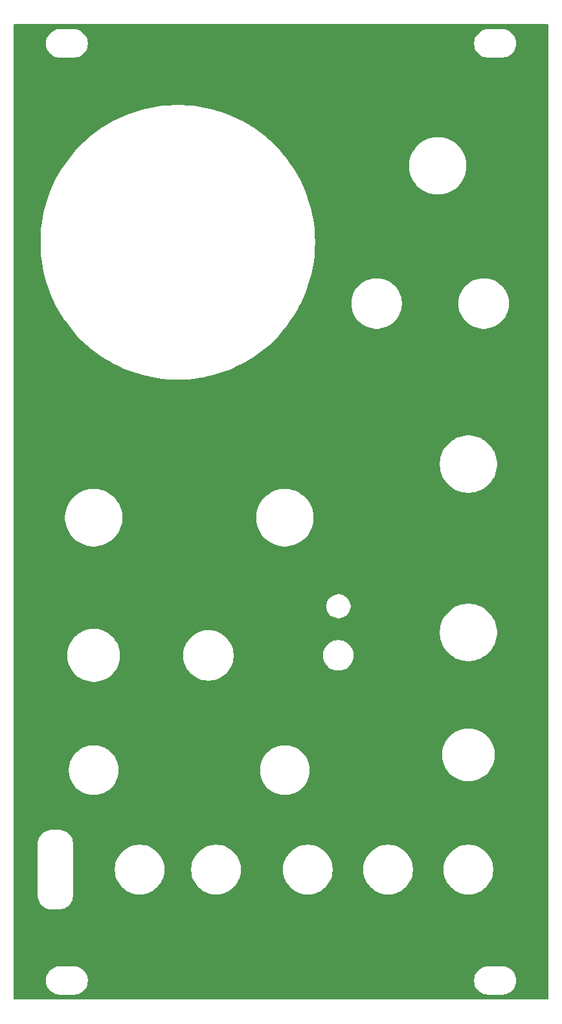
<source format=gbr>
%TF.GenerationSoftware,KiCad,Pcbnew,8.0.1*%
%TF.CreationDate,2024-04-24T15:30:04+01:00*%
%TF.ProjectId,Kishoof_Panel,4b697368-6f6f-4665-9f50-616e656c2e6b,rev?*%
%TF.SameCoordinates,Original*%
%TF.FileFunction,Copper,L1,Top*%
%TF.FilePolarity,Positive*%
%FSLAX46Y46*%
G04 Gerber Fmt 4.6, Leading zero omitted, Abs format (unit mm)*
G04 Created by KiCad (PCBNEW 8.0.1) date 2024-04-24 15:30:04*
%MOMM*%
%LPD*%
G01*
G04 APERTURE LIST*
G04 APERTURE END LIST*
%TA.AperFunction,NonConductor*%
G36*
X125441621Y-30520502D02*
G01*
X125488114Y-30574158D01*
X125499500Y-30626500D01*
X125499500Y-157873500D01*
X125479498Y-157941621D01*
X125425842Y-157988114D01*
X125373500Y-157999500D01*
X55626500Y-157999500D01*
X55558379Y-157979498D01*
X55511886Y-157925842D01*
X55500500Y-157873500D01*
X55500500Y-155621290D01*
X59749500Y-155621290D01*
X59781160Y-155861782D01*
X59843944Y-156096095D01*
X59843945Y-156096097D01*
X59843946Y-156096100D01*
X59936776Y-156320212D01*
X59936777Y-156320213D01*
X59936782Y-156320224D01*
X60058061Y-156530285D01*
X60058063Y-156530288D01*
X60058064Y-156530289D01*
X60205735Y-156722738D01*
X60205739Y-156722742D01*
X60205744Y-156722748D01*
X60377251Y-156894255D01*
X60377256Y-156894259D01*
X60377262Y-156894265D01*
X60569711Y-157041936D01*
X60569714Y-157041938D01*
X60779775Y-157163217D01*
X60779779Y-157163218D01*
X60779788Y-157163224D01*
X61003900Y-157256054D01*
X61238211Y-157318838D01*
X61238215Y-157318838D01*
X61238217Y-157318839D01*
X61300202Y-157326999D01*
X61478712Y-157350500D01*
X61478719Y-157350500D01*
X63521281Y-157350500D01*
X63521288Y-157350500D01*
X63738637Y-157321885D01*
X63761782Y-157318839D01*
X63761782Y-157318838D01*
X63761789Y-157318838D01*
X63996100Y-157256054D01*
X64220212Y-157163224D01*
X64430289Y-157041936D01*
X64622738Y-156894265D01*
X64794265Y-156722738D01*
X64941936Y-156530289D01*
X65063224Y-156320212D01*
X65156054Y-156096100D01*
X65218838Y-155861789D01*
X65250500Y-155621290D01*
X115749500Y-155621290D01*
X115781160Y-155861782D01*
X115843944Y-156096095D01*
X115843945Y-156096097D01*
X115843946Y-156096100D01*
X115936776Y-156320212D01*
X115936777Y-156320213D01*
X115936782Y-156320224D01*
X116058061Y-156530285D01*
X116058063Y-156530288D01*
X116058064Y-156530289D01*
X116205735Y-156722738D01*
X116205739Y-156722742D01*
X116205744Y-156722748D01*
X116377251Y-156894255D01*
X116377256Y-156894259D01*
X116377262Y-156894265D01*
X116569711Y-157041936D01*
X116569714Y-157041938D01*
X116779775Y-157163217D01*
X116779779Y-157163218D01*
X116779788Y-157163224D01*
X117003900Y-157256054D01*
X117238211Y-157318838D01*
X117238215Y-157318838D01*
X117238217Y-157318839D01*
X117300202Y-157326999D01*
X117478712Y-157350500D01*
X117478719Y-157350500D01*
X119521281Y-157350500D01*
X119521288Y-157350500D01*
X119738637Y-157321885D01*
X119761782Y-157318839D01*
X119761782Y-157318838D01*
X119761789Y-157318838D01*
X119996100Y-157256054D01*
X120220212Y-157163224D01*
X120430289Y-157041936D01*
X120622738Y-156894265D01*
X120794265Y-156722738D01*
X120941936Y-156530289D01*
X121063224Y-156320212D01*
X121156054Y-156096100D01*
X121218838Y-155861789D01*
X121250500Y-155621288D01*
X121250500Y-155378712D01*
X121218838Y-155138211D01*
X121156054Y-154903900D01*
X121063224Y-154679788D01*
X121063218Y-154679779D01*
X121063217Y-154679775D01*
X120941938Y-154469714D01*
X120941936Y-154469711D01*
X120794265Y-154277262D01*
X120794259Y-154277256D01*
X120794255Y-154277251D01*
X120622748Y-154105744D01*
X120622742Y-154105739D01*
X120622738Y-154105735D01*
X120430289Y-153958064D01*
X120430288Y-153958063D01*
X120430285Y-153958061D01*
X120220224Y-153836782D01*
X120220216Y-153836778D01*
X120220212Y-153836776D01*
X119996100Y-153743946D01*
X119996097Y-153743945D01*
X119996095Y-153743944D01*
X119761782Y-153681160D01*
X119521290Y-153649500D01*
X119521288Y-153649500D01*
X117478712Y-153649500D01*
X117478709Y-153649500D01*
X117238217Y-153681160D01*
X117003904Y-153743944D01*
X117003900Y-153743946D01*
X116779786Y-153836777D01*
X116779775Y-153836782D01*
X116569714Y-153958061D01*
X116377262Y-154105735D01*
X116377251Y-154105744D01*
X116205744Y-154277251D01*
X116205735Y-154277262D01*
X116058061Y-154469714D01*
X115936782Y-154679775D01*
X115936777Y-154679786D01*
X115843946Y-154903900D01*
X115843944Y-154903904D01*
X115781160Y-155138217D01*
X115749500Y-155378709D01*
X115749500Y-155621290D01*
X65250500Y-155621290D01*
X65250500Y-155621288D01*
X65250500Y-155378712D01*
X65218838Y-155138211D01*
X65156054Y-154903900D01*
X65063224Y-154679788D01*
X65063218Y-154679779D01*
X65063217Y-154679775D01*
X64941938Y-154469714D01*
X64941936Y-154469711D01*
X64794265Y-154277262D01*
X64794259Y-154277256D01*
X64794255Y-154277251D01*
X64622748Y-154105744D01*
X64622742Y-154105739D01*
X64622738Y-154105735D01*
X64430289Y-153958064D01*
X64430288Y-153958063D01*
X64430285Y-153958061D01*
X64220224Y-153836782D01*
X64220216Y-153836778D01*
X64220212Y-153836776D01*
X63996100Y-153743946D01*
X63996097Y-153743945D01*
X63996095Y-153743944D01*
X63761782Y-153681160D01*
X63521290Y-153649500D01*
X63521288Y-153649500D01*
X61478712Y-153649500D01*
X61478709Y-153649500D01*
X61238217Y-153681160D01*
X61003904Y-153743944D01*
X61003900Y-153743946D01*
X60779786Y-153836777D01*
X60779775Y-153836782D01*
X60569714Y-153958061D01*
X60377262Y-154105735D01*
X60377251Y-154105744D01*
X60205744Y-154277251D01*
X60205735Y-154277262D01*
X60058061Y-154469714D01*
X59936782Y-154679775D01*
X59936777Y-154679786D01*
X59843946Y-154903900D01*
X59843944Y-154903904D01*
X59781160Y-155138217D01*
X59749500Y-155378709D01*
X59749500Y-155621290D01*
X55500500Y-155621290D01*
X55500500Y-137658599D01*
X58698594Y-137658599D01*
X58698648Y-137659060D01*
X58699500Y-137673691D01*
X58699500Y-144518013D01*
X58730305Y-144752007D01*
X58730307Y-144752014D01*
X58791394Y-144979993D01*
X58881716Y-145198049D01*
X58881717Y-145198050D01*
X58881722Y-145198061D01*
X58999724Y-145402446D01*
X58999726Y-145402449D01*
X58999727Y-145402450D01*
X59143408Y-145589699D01*
X59143412Y-145589703D01*
X59143417Y-145589709D01*
X59310290Y-145756582D01*
X59310295Y-145756586D01*
X59310301Y-145756592D01*
X59497550Y-145900273D01*
X59497553Y-145900275D01*
X59701938Y-146018277D01*
X59701942Y-146018278D01*
X59701951Y-146018284D01*
X59920007Y-146108606D01*
X60147986Y-146169693D01*
X60147990Y-146169693D01*
X60147992Y-146169694D01*
X60208300Y-146177633D01*
X60381989Y-146200500D01*
X60434108Y-146200500D01*
X61426309Y-146200500D01*
X61440940Y-146201352D01*
X61441390Y-146201403D01*
X61441399Y-146201406D01*
X61501747Y-146200527D01*
X61502751Y-146200513D01*
X61504584Y-146200500D01*
X61565887Y-146200500D01*
X61565892Y-146200500D01*
X61565896Y-146200498D01*
X61565917Y-146200496D01*
X61580619Y-146199428D01*
X61636227Y-146198657D01*
X61891006Y-146158577D01*
X62137588Y-146082972D01*
X62371046Y-145973352D01*
X62586713Y-145831909D01*
X62780281Y-145661468D01*
X62947881Y-145465435D01*
X63086165Y-145247728D01*
X63192368Y-145012697D01*
X63201877Y-144979992D01*
X63264367Y-144765048D01*
X63264370Y-144765039D01*
X63300730Y-144509702D01*
X63300640Y-144380746D01*
X63300638Y-144314854D01*
X63300638Y-144307651D01*
X63300500Y-144305543D01*
X63300500Y-141159693D01*
X68749500Y-141159693D01*
X68780802Y-141477508D01*
X68780804Y-141477523D01*
X68843111Y-141790760D01*
X68935820Y-142096381D01*
X68935821Y-142096385D01*
X69058039Y-142391444D01*
X69208592Y-142673108D01*
X69386020Y-142938649D01*
X69386031Y-142938664D01*
X69588628Y-143185528D01*
X69588646Y-143185548D01*
X69814451Y-143411353D01*
X69814461Y-143411362D01*
X69814465Y-143411366D01*
X70061344Y-143613975D01*
X70326894Y-143791409D01*
X70608556Y-143941961D01*
X70903619Y-144064180D01*
X71209240Y-144156889D01*
X71522477Y-144219196D01*
X71840313Y-144250500D01*
X71840322Y-144250500D01*
X72159678Y-144250500D01*
X72159687Y-144250500D01*
X72477523Y-144219196D01*
X72790760Y-144156889D01*
X73096381Y-144064180D01*
X73391444Y-143941961D01*
X73673106Y-143791409D01*
X73938656Y-143613975D01*
X74185535Y-143411366D01*
X74411366Y-143185535D01*
X74613975Y-142938656D01*
X74791409Y-142673106D01*
X74941961Y-142391444D01*
X75064180Y-142096381D01*
X75156889Y-141790760D01*
X75219196Y-141477523D01*
X75250499Y-141159693D01*
X78749500Y-141159693D01*
X78780802Y-141477508D01*
X78780804Y-141477523D01*
X78843111Y-141790760D01*
X78935820Y-142096381D01*
X78935821Y-142096385D01*
X79058039Y-142391444D01*
X79208592Y-142673108D01*
X79386020Y-142938649D01*
X79386031Y-142938664D01*
X79588628Y-143185528D01*
X79588646Y-143185548D01*
X79814451Y-143411353D01*
X79814461Y-143411362D01*
X79814465Y-143411366D01*
X80061344Y-143613975D01*
X80326894Y-143791409D01*
X80608556Y-143941961D01*
X80903619Y-144064180D01*
X81209240Y-144156889D01*
X81522477Y-144219196D01*
X81840313Y-144250500D01*
X81840322Y-144250500D01*
X82159678Y-144250500D01*
X82159687Y-144250500D01*
X82477523Y-144219196D01*
X82790760Y-144156889D01*
X83096381Y-144064180D01*
X83391444Y-143941961D01*
X83673106Y-143791409D01*
X83938656Y-143613975D01*
X84185535Y-143411366D01*
X84411366Y-143185535D01*
X84613975Y-142938656D01*
X84791409Y-142673106D01*
X84941961Y-142391444D01*
X85064180Y-142096381D01*
X85156889Y-141790760D01*
X85219196Y-141477523D01*
X85250499Y-141159693D01*
X90749500Y-141159693D01*
X90780802Y-141477508D01*
X90780804Y-141477523D01*
X90843111Y-141790760D01*
X90935820Y-142096381D01*
X90935821Y-142096385D01*
X91058039Y-142391444D01*
X91208592Y-142673108D01*
X91386020Y-142938649D01*
X91386031Y-142938664D01*
X91588628Y-143185528D01*
X91588646Y-143185548D01*
X91814451Y-143411353D01*
X91814461Y-143411362D01*
X91814465Y-143411366D01*
X92061344Y-143613975D01*
X92326894Y-143791409D01*
X92608556Y-143941961D01*
X92903619Y-144064180D01*
X93209240Y-144156889D01*
X93522477Y-144219196D01*
X93840313Y-144250500D01*
X93840322Y-144250500D01*
X94159678Y-144250500D01*
X94159687Y-144250500D01*
X94477523Y-144219196D01*
X94790760Y-144156889D01*
X95096381Y-144064180D01*
X95391444Y-143941961D01*
X95673106Y-143791409D01*
X95938656Y-143613975D01*
X96185535Y-143411366D01*
X96411366Y-143185535D01*
X96613975Y-142938656D01*
X96791409Y-142673106D01*
X96941961Y-142391444D01*
X97064180Y-142096381D01*
X97156889Y-141790760D01*
X97219196Y-141477523D01*
X97250499Y-141159693D01*
X101249500Y-141159693D01*
X101280802Y-141477508D01*
X101280804Y-141477523D01*
X101343111Y-141790760D01*
X101435820Y-142096381D01*
X101435821Y-142096385D01*
X101558039Y-142391444D01*
X101708592Y-142673108D01*
X101886020Y-142938649D01*
X101886031Y-142938664D01*
X102088628Y-143185528D01*
X102088646Y-143185548D01*
X102314451Y-143411353D01*
X102314461Y-143411362D01*
X102314465Y-143411366D01*
X102561344Y-143613975D01*
X102826894Y-143791409D01*
X103108556Y-143941961D01*
X103403619Y-144064180D01*
X103709240Y-144156889D01*
X104022477Y-144219196D01*
X104340313Y-144250500D01*
X104340322Y-144250500D01*
X104659678Y-144250500D01*
X104659687Y-144250500D01*
X104977523Y-144219196D01*
X105290760Y-144156889D01*
X105596381Y-144064180D01*
X105891444Y-143941961D01*
X106173106Y-143791409D01*
X106438656Y-143613975D01*
X106685535Y-143411366D01*
X106911366Y-143185535D01*
X107113975Y-142938656D01*
X107291409Y-142673106D01*
X107441961Y-142391444D01*
X107564180Y-142096381D01*
X107656889Y-141790760D01*
X107719196Y-141477523D01*
X107750499Y-141159693D01*
X111749500Y-141159693D01*
X111780802Y-141477508D01*
X111780804Y-141477523D01*
X111843111Y-141790760D01*
X111935820Y-142096381D01*
X111935821Y-142096385D01*
X112058039Y-142391444D01*
X112208592Y-142673108D01*
X112386020Y-142938649D01*
X112386031Y-142938664D01*
X112588628Y-143185528D01*
X112588646Y-143185548D01*
X112814451Y-143411353D01*
X112814461Y-143411362D01*
X112814465Y-143411366D01*
X113061344Y-143613975D01*
X113326894Y-143791409D01*
X113608556Y-143941961D01*
X113903619Y-144064180D01*
X114209240Y-144156889D01*
X114522477Y-144219196D01*
X114840313Y-144250500D01*
X114840322Y-144250500D01*
X115159678Y-144250500D01*
X115159687Y-144250500D01*
X115477523Y-144219196D01*
X115790760Y-144156889D01*
X116096381Y-144064180D01*
X116391444Y-143941961D01*
X116673106Y-143791409D01*
X116938656Y-143613975D01*
X117185535Y-143411366D01*
X117411366Y-143185535D01*
X117613975Y-142938656D01*
X117791409Y-142673106D01*
X117941961Y-142391444D01*
X118064180Y-142096381D01*
X118156889Y-141790760D01*
X118219196Y-141477523D01*
X118250500Y-141159687D01*
X118250500Y-140840313D01*
X118219196Y-140522477D01*
X118156889Y-140209240D01*
X118064180Y-139903619D01*
X117941961Y-139608556D01*
X117791409Y-139326894D01*
X117613975Y-139061344D01*
X117411366Y-138814465D01*
X117411362Y-138814461D01*
X117411353Y-138814451D01*
X117185548Y-138588646D01*
X117185528Y-138588628D01*
X116938664Y-138386031D01*
X116938649Y-138386020D01*
X116673108Y-138208592D01*
X116391444Y-138058039D01*
X116096385Y-137935821D01*
X116096381Y-137935820D01*
X115790760Y-137843111D01*
X115581935Y-137801573D01*
X115477524Y-137780804D01*
X115477508Y-137780802D01*
X115159693Y-137749500D01*
X115159687Y-137749500D01*
X114840313Y-137749500D01*
X114840306Y-137749500D01*
X114522491Y-137780802D01*
X114522475Y-137780804D01*
X114313652Y-137822342D01*
X114209240Y-137843111D01*
X114056429Y-137889465D01*
X113903618Y-137935820D01*
X113903614Y-137935821D01*
X113608555Y-138058039D01*
X113326891Y-138208592D01*
X113061350Y-138386020D01*
X113061335Y-138386031D01*
X112814471Y-138588628D01*
X112814451Y-138588646D01*
X112588646Y-138814451D01*
X112588628Y-138814471D01*
X112386031Y-139061335D01*
X112386020Y-139061350D01*
X112208592Y-139326891D01*
X112058039Y-139608555D01*
X111935821Y-139903614D01*
X111935820Y-139903618D01*
X111843111Y-140209241D01*
X111780804Y-140522475D01*
X111780802Y-140522491D01*
X111749500Y-140840306D01*
X111749500Y-141159693D01*
X107750499Y-141159693D01*
X107750500Y-141159687D01*
X107750500Y-140840313D01*
X107719196Y-140522477D01*
X107656889Y-140209240D01*
X107564180Y-139903619D01*
X107441961Y-139608556D01*
X107291409Y-139326894D01*
X107113975Y-139061344D01*
X106911366Y-138814465D01*
X106911362Y-138814461D01*
X106911353Y-138814451D01*
X106685548Y-138588646D01*
X106685528Y-138588628D01*
X106438664Y-138386031D01*
X106438649Y-138386020D01*
X106173108Y-138208592D01*
X105891444Y-138058039D01*
X105596385Y-137935821D01*
X105596381Y-137935820D01*
X105290760Y-137843111D01*
X105081935Y-137801573D01*
X104977524Y-137780804D01*
X104977508Y-137780802D01*
X104659693Y-137749500D01*
X104659687Y-137749500D01*
X104340313Y-137749500D01*
X104340306Y-137749500D01*
X104022491Y-137780802D01*
X104022475Y-137780804D01*
X103813652Y-137822342D01*
X103709240Y-137843111D01*
X103556429Y-137889465D01*
X103403618Y-137935820D01*
X103403614Y-137935821D01*
X103108555Y-138058039D01*
X102826891Y-138208592D01*
X102561350Y-138386020D01*
X102561335Y-138386031D01*
X102314471Y-138588628D01*
X102314451Y-138588646D01*
X102088646Y-138814451D01*
X102088628Y-138814471D01*
X101886031Y-139061335D01*
X101886020Y-139061350D01*
X101708592Y-139326891D01*
X101558039Y-139608555D01*
X101435821Y-139903614D01*
X101435820Y-139903618D01*
X101343111Y-140209241D01*
X101280804Y-140522475D01*
X101280802Y-140522491D01*
X101249500Y-140840306D01*
X101249500Y-141159693D01*
X97250499Y-141159693D01*
X97250500Y-141159687D01*
X97250500Y-140840313D01*
X97219196Y-140522477D01*
X97156889Y-140209240D01*
X97064180Y-139903619D01*
X96941961Y-139608556D01*
X96791409Y-139326894D01*
X96613975Y-139061344D01*
X96411366Y-138814465D01*
X96411362Y-138814461D01*
X96411353Y-138814451D01*
X96185548Y-138588646D01*
X96185528Y-138588628D01*
X95938664Y-138386031D01*
X95938649Y-138386020D01*
X95673108Y-138208592D01*
X95391444Y-138058039D01*
X95096385Y-137935821D01*
X95096381Y-137935820D01*
X94790760Y-137843111D01*
X94581935Y-137801573D01*
X94477524Y-137780804D01*
X94477508Y-137780802D01*
X94159693Y-137749500D01*
X94159687Y-137749500D01*
X93840313Y-137749500D01*
X93840306Y-137749500D01*
X93522491Y-137780802D01*
X93522475Y-137780804D01*
X93313652Y-137822342D01*
X93209240Y-137843111D01*
X93056429Y-137889465D01*
X92903618Y-137935820D01*
X92903614Y-137935821D01*
X92608555Y-138058039D01*
X92326891Y-138208592D01*
X92061350Y-138386020D01*
X92061335Y-138386031D01*
X91814471Y-138588628D01*
X91814451Y-138588646D01*
X91588646Y-138814451D01*
X91588628Y-138814471D01*
X91386031Y-139061335D01*
X91386020Y-139061350D01*
X91208592Y-139326891D01*
X91058039Y-139608555D01*
X90935821Y-139903614D01*
X90935820Y-139903618D01*
X90843111Y-140209241D01*
X90780804Y-140522475D01*
X90780802Y-140522491D01*
X90749500Y-140840306D01*
X90749500Y-141159693D01*
X85250499Y-141159693D01*
X85250500Y-141159687D01*
X85250500Y-140840313D01*
X85219196Y-140522477D01*
X85156889Y-140209240D01*
X85064180Y-139903619D01*
X84941961Y-139608556D01*
X84791409Y-139326894D01*
X84613975Y-139061344D01*
X84411366Y-138814465D01*
X84411362Y-138814461D01*
X84411353Y-138814451D01*
X84185548Y-138588646D01*
X84185528Y-138588628D01*
X83938664Y-138386031D01*
X83938649Y-138386020D01*
X83673108Y-138208592D01*
X83391444Y-138058039D01*
X83096385Y-137935821D01*
X83096381Y-137935820D01*
X82790760Y-137843111D01*
X82581935Y-137801573D01*
X82477524Y-137780804D01*
X82477508Y-137780802D01*
X82159693Y-137749500D01*
X82159687Y-137749500D01*
X81840313Y-137749500D01*
X81840306Y-137749500D01*
X81522491Y-137780802D01*
X81522475Y-137780804D01*
X81313652Y-137822342D01*
X81209240Y-137843111D01*
X81056429Y-137889465D01*
X80903618Y-137935820D01*
X80903614Y-137935821D01*
X80608555Y-138058039D01*
X80326891Y-138208592D01*
X80061350Y-138386020D01*
X80061335Y-138386031D01*
X79814471Y-138588628D01*
X79814451Y-138588646D01*
X79588646Y-138814451D01*
X79588628Y-138814471D01*
X79386031Y-139061335D01*
X79386020Y-139061350D01*
X79208592Y-139326891D01*
X79058039Y-139608555D01*
X78935821Y-139903614D01*
X78935820Y-139903618D01*
X78843111Y-140209241D01*
X78780804Y-140522475D01*
X78780802Y-140522491D01*
X78749500Y-140840306D01*
X78749500Y-141159693D01*
X75250499Y-141159693D01*
X75250500Y-141159687D01*
X75250500Y-140840313D01*
X75219196Y-140522477D01*
X75156889Y-140209240D01*
X75064180Y-139903619D01*
X74941961Y-139608556D01*
X74791409Y-139326894D01*
X74613975Y-139061344D01*
X74411366Y-138814465D01*
X74411362Y-138814461D01*
X74411353Y-138814451D01*
X74185548Y-138588646D01*
X74185528Y-138588628D01*
X73938664Y-138386031D01*
X73938649Y-138386020D01*
X73673108Y-138208592D01*
X73391444Y-138058039D01*
X73096385Y-137935821D01*
X73096381Y-137935820D01*
X72790760Y-137843111D01*
X72581935Y-137801573D01*
X72477524Y-137780804D01*
X72477508Y-137780802D01*
X72159693Y-137749500D01*
X72159687Y-137749500D01*
X71840313Y-137749500D01*
X71840306Y-137749500D01*
X71522491Y-137780802D01*
X71522475Y-137780804D01*
X71313652Y-137822342D01*
X71209240Y-137843111D01*
X71056429Y-137889465D01*
X70903618Y-137935820D01*
X70903614Y-137935821D01*
X70608555Y-138058039D01*
X70326891Y-138208592D01*
X70061350Y-138386020D01*
X70061335Y-138386031D01*
X69814471Y-138588628D01*
X69814451Y-138588646D01*
X69588646Y-138814451D01*
X69588628Y-138814471D01*
X69386031Y-139061335D01*
X69386020Y-139061350D01*
X69208592Y-139326891D01*
X69058039Y-139608555D01*
X68935821Y-139903614D01*
X68935820Y-139903618D01*
X68843111Y-140209241D01*
X68780804Y-140522475D01*
X68780802Y-140522491D01*
X68749500Y-140840306D01*
X68749500Y-141159693D01*
X63300500Y-141159693D01*
X63300500Y-137694469D01*
X63300638Y-137692366D01*
X63300640Y-137617317D01*
X63300640Y-137617232D01*
X63300729Y-137490298D01*
X63264369Y-137234961D01*
X63207744Y-137040193D01*
X63192370Y-136987311D01*
X63192368Y-136987306D01*
X63192367Y-136987303D01*
X63086164Y-136752273D01*
X62947880Y-136534566D01*
X62780280Y-136338533D01*
X62701518Y-136269181D01*
X62586714Y-136168093D01*
X62586710Y-136168090D01*
X62371050Y-136026652D01*
X62371043Y-136026648D01*
X62137586Y-135917028D01*
X61891006Y-135841424D01*
X61636228Y-135801344D01*
X61636218Y-135801343D01*
X61580636Y-135800572D01*
X61565937Y-135799506D01*
X61565892Y-135799500D01*
X61565891Y-135799500D01*
X61504584Y-135799500D01*
X61502751Y-135799487D01*
X61441400Y-135798594D01*
X61441399Y-135798594D01*
X61441398Y-135798594D01*
X61440940Y-135798648D01*
X61426309Y-135799500D01*
X60573691Y-135799500D01*
X60559060Y-135798648D01*
X60558602Y-135798594D01*
X60558601Y-135798594D01*
X60558599Y-135798594D01*
X60497249Y-135799487D01*
X60495416Y-135799500D01*
X60434106Y-135799500D01*
X60433460Y-135799585D01*
X60418894Y-135800647D01*
X60365001Y-135801445D01*
X60364995Y-135801446D01*
X60112581Y-135840810D01*
X60112571Y-135840812D01*
X59868136Y-135915050D01*
X59868131Y-135915052D01*
X59636459Y-136022710D01*
X59422087Y-136161684D01*
X59229237Y-136329237D01*
X59061684Y-136522087D01*
X58922710Y-136736459D01*
X58815052Y-136968131D01*
X58815050Y-136968136D01*
X58740812Y-137212571D01*
X58740810Y-137212581D01*
X58701446Y-137464995D01*
X58701445Y-137465001D01*
X58700647Y-137518894D01*
X58699585Y-137533460D01*
X58699500Y-137534106D01*
X58699500Y-137595416D01*
X58699487Y-137597249D01*
X58698594Y-137658599D01*
X55500500Y-137658599D01*
X55500500Y-128159693D01*
X62749500Y-128159693D01*
X62780802Y-128477508D01*
X62780804Y-128477523D01*
X62843111Y-128790760D01*
X62895408Y-128963160D01*
X62935820Y-129096381D01*
X62935821Y-129096385D01*
X63058039Y-129391444D01*
X63208592Y-129673108D01*
X63386020Y-129938649D01*
X63386031Y-129938664D01*
X63588628Y-130185528D01*
X63588646Y-130185548D01*
X63814451Y-130411353D01*
X63814461Y-130411362D01*
X63814465Y-130411366D01*
X64061344Y-130613975D01*
X64326894Y-130791409D01*
X64608556Y-130941961D01*
X64903619Y-131064180D01*
X65209240Y-131156889D01*
X65522477Y-131219196D01*
X65840313Y-131250500D01*
X65840322Y-131250500D01*
X66159678Y-131250500D01*
X66159687Y-131250500D01*
X66477523Y-131219196D01*
X66790760Y-131156889D01*
X67096381Y-131064180D01*
X67391444Y-130941961D01*
X67673106Y-130791409D01*
X67938656Y-130613975D01*
X68185535Y-130411366D01*
X68411366Y-130185535D01*
X68613975Y-129938656D01*
X68791409Y-129673106D01*
X68941961Y-129391444D01*
X69064180Y-129096381D01*
X69156889Y-128790760D01*
X69219196Y-128477523D01*
X69250499Y-128159693D01*
X87749500Y-128159693D01*
X87780802Y-128477508D01*
X87780804Y-128477523D01*
X87843111Y-128790760D01*
X87895408Y-128963160D01*
X87935820Y-129096381D01*
X87935821Y-129096385D01*
X88058039Y-129391444D01*
X88208592Y-129673108D01*
X88386020Y-129938649D01*
X88386031Y-129938664D01*
X88588628Y-130185528D01*
X88588646Y-130185548D01*
X88814451Y-130411353D01*
X88814461Y-130411362D01*
X88814465Y-130411366D01*
X89061344Y-130613975D01*
X89326894Y-130791409D01*
X89608556Y-130941961D01*
X89903619Y-131064180D01*
X90209240Y-131156889D01*
X90522477Y-131219196D01*
X90840313Y-131250500D01*
X90840322Y-131250500D01*
X91159678Y-131250500D01*
X91159687Y-131250500D01*
X91477523Y-131219196D01*
X91790760Y-131156889D01*
X92096381Y-131064180D01*
X92391444Y-130941961D01*
X92673106Y-130791409D01*
X92938656Y-130613975D01*
X93185535Y-130411366D01*
X93411366Y-130185535D01*
X93613975Y-129938656D01*
X93791409Y-129673106D01*
X93941961Y-129391444D01*
X94064180Y-129096381D01*
X94156889Y-128790760D01*
X94219196Y-128477523D01*
X94250500Y-128159687D01*
X94250500Y-127840313D01*
X94219196Y-127522477D01*
X94156889Y-127209240D01*
X94064180Y-126903619D01*
X93941961Y-126608556D01*
X93791409Y-126326894D01*
X93686254Y-126169518D01*
X111549500Y-126169518D01*
X111582728Y-126506889D01*
X111582730Y-126506905D01*
X111648871Y-126839414D01*
X111747282Y-127163835D01*
X111747285Y-127163844D01*
X111877023Y-127477058D01*
X112036839Y-127776053D01*
X112225185Y-128057932D01*
X112225196Y-128057947D01*
X112440259Y-128320003D01*
X112440277Y-128320022D01*
X112679977Y-128559722D01*
X112679996Y-128559740D01*
X112942052Y-128774803D01*
X112942061Y-128774810D01*
X113223949Y-128963162D01*
X113522942Y-129122977D01*
X113836160Y-129252716D01*
X114160586Y-129351129D01*
X114493096Y-129417270D01*
X114830488Y-129450500D01*
X114830497Y-129450500D01*
X115169503Y-129450500D01*
X115169512Y-129450500D01*
X115506904Y-129417270D01*
X115839414Y-129351129D01*
X116163840Y-129252716D01*
X116477058Y-129122977D01*
X116776051Y-128963162D01*
X117057939Y-128774810D01*
X117320009Y-128559735D01*
X117559735Y-128320009D01*
X117774810Y-128057939D01*
X117963162Y-127776051D01*
X118122977Y-127477058D01*
X118252716Y-127163840D01*
X118351129Y-126839414D01*
X118417270Y-126506904D01*
X118450500Y-126169512D01*
X118450500Y-125830488D01*
X118417270Y-125493096D01*
X118351129Y-125160586D01*
X118252716Y-124836160D01*
X118122977Y-124522942D01*
X117963162Y-124223949D01*
X117774810Y-123942061D01*
X117774803Y-123942052D01*
X117559740Y-123679996D01*
X117559722Y-123679977D01*
X117320022Y-123440277D01*
X117320003Y-123440259D01*
X117057947Y-123225196D01*
X117057932Y-123225185D01*
X116776053Y-123036839D01*
X116477058Y-122877023D01*
X116163844Y-122747285D01*
X116163835Y-122747282D01*
X115839414Y-122648871D01*
X115839415Y-122648871D01*
X115506905Y-122582730D01*
X115506889Y-122582728D01*
X115169518Y-122549500D01*
X115169512Y-122549500D01*
X114830488Y-122549500D01*
X114830481Y-122549500D01*
X114493110Y-122582728D01*
X114493094Y-122582730D01*
X114160585Y-122648871D01*
X113836164Y-122747282D01*
X113836155Y-122747285D01*
X113522941Y-122877023D01*
X113223946Y-123036839D01*
X112942067Y-123225185D01*
X112942052Y-123225196D01*
X112679996Y-123440259D01*
X112679977Y-123440277D01*
X112440277Y-123679977D01*
X112440259Y-123679996D01*
X112225196Y-123942052D01*
X112225185Y-123942067D01*
X112036839Y-124223946D01*
X111877023Y-124522941D01*
X111747285Y-124836155D01*
X111747282Y-124836164D01*
X111648871Y-125160585D01*
X111582730Y-125493094D01*
X111582728Y-125493110D01*
X111549500Y-125830481D01*
X111549500Y-126169518D01*
X93686254Y-126169518D01*
X93613975Y-126061344D01*
X93411366Y-125814465D01*
X93411362Y-125814461D01*
X93411353Y-125814451D01*
X93185548Y-125588646D01*
X93185528Y-125588628D01*
X92938664Y-125386031D01*
X92938649Y-125386020D01*
X92673108Y-125208592D01*
X92391444Y-125058039D01*
X92096385Y-124935821D01*
X92096381Y-124935820D01*
X91790760Y-124843111D01*
X91581935Y-124801573D01*
X91477524Y-124780804D01*
X91477508Y-124780802D01*
X91159693Y-124749500D01*
X91159687Y-124749500D01*
X90840313Y-124749500D01*
X90840306Y-124749500D01*
X90522491Y-124780802D01*
X90522475Y-124780804D01*
X90313652Y-124822342D01*
X90209240Y-124843111D01*
X90056429Y-124889465D01*
X89903618Y-124935820D01*
X89903614Y-124935821D01*
X89608555Y-125058039D01*
X89326891Y-125208592D01*
X89061350Y-125386020D01*
X89061335Y-125386031D01*
X88814471Y-125588628D01*
X88814451Y-125588646D01*
X88588646Y-125814451D01*
X88588628Y-125814471D01*
X88386031Y-126061335D01*
X88386020Y-126061350D01*
X88208592Y-126326891D01*
X88058039Y-126608555D01*
X87935821Y-126903614D01*
X87935820Y-126903618D01*
X87935820Y-126903619D01*
X87856885Y-127163835D01*
X87843111Y-127209241D01*
X87780804Y-127522475D01*
X87780802Y-127522491D01*
X87749500Y-127840306D01*
X87749500Y-128159693D01*
X69250499Y-128159693D01*
X69250500Y-128159687D01*
X69250500Y-127840313D01*
X69219196Y-127522477D01*
X69156889Y-127209240D01*
X69064180Y-126903619D01*
X68941961Y-126608556D01*
X68791409Y-126326894D01*
X68613975Y-126061344D01*
X68411366Y-125814465D01*
X68411362Y-125814461D01*
X68411353Y-125814451D01*
X68185548Y-125588646D01*
X68185528Y-125588628D01*
X67938664Y-125386031D01*
X67938649Y-125386020D01*
X67673108Y-125208592D01*
X67391444Y-125058039D01*
X67096385Y-124935821D01*
X67096381Y-124935820D01*
X66790760Y-124843111D01*
X66581935Y-124801573D01*
X66477524Y-124780804D01*
X66477508Y-124780802D01*
X66159693Y-124749500D01*
X66159687Y-124749500D01*
X65840313Y-124749500D01*
X65840306Y-124749500D01*
X65522491Y-124780802D01*
X65522475Y-124780804D01*
X65313652Y-124822342D01*
X65209240Y-124843111D01*
X65056429Y-124889465D01*
X64903618Y-124935820D01*
X64903614Y-124935821D01*
X64608555Y-125058039D01*
X64326891Y-125208592D01*
X64061350Y-125386020D01*
X64061335Y-125386031D01*
X63814471Y-125588628D01*
X63814451Y-125588646D01*
X63588646Y-125814451D01*
X63588628Y-125814471D01*
X63386031Y-126061335D01*
X63386020Y-126061350D01*
X63208592Y-126326891D01*
X63058039Y-126608555D01*
X62935821Y-126903614D01*
X62935820Y-126903618D01*
X62935820Y-126903619D01*
X62856885Y-127163835D01*
X62843111Y-127209241D01*
X62780804Y-127522475D01*
X62780802Y-127522491D01*
X62749500Y-127840306D01*
X62749500Y-128159693D01*
X55500500Y-128159693D01*
X55500500Y-113169518D01*
X62549500Y-113169518D01*
X62582728Y-113506889D01*
X62582730Y-113506905D01*
X62648871Y-113839414D01*
X62747282Y-114163835D01*
X62747285Y-114163844D01*
X62877023Y-114477058D01*
X63036839Y-114776053D01*
X63225185Y-115057932D01*
X63225196Y-115057947D01*
X63440259Y-115320003D01*
X63440277Y-115320022D01*
X63679977Y-115559722D01*
X63679996Y-115559740D01*
X63942052Y-115774803D01*
X63942061Y-115774810D01*
X64223949Y-115963162D01*
X64522942Y-116122977D01*
X64836160Y-116252716D01*
X65160586Y-116351129D01*
X65493096Y-116417270D01*
X65830488Y-116450500D01*
X65830497Y-116450500D01*
X66169503Y-116450500D01*
X66169512Y-116450500D01*
X66506904Y-116417270D01*
X66839414Y-116351129D01*
X67163840Y-116252716D01*
X67477058Y-116122977D01*
X67776051Y-115963162D01*
X68057939Y-115774810D01*
X68320009Y-115559735D01*
X68559735Y-115320009D01*
X68774810Y-115057939D01*
X68963162Y-114776051D01*
X69122977Y-114477058D01*
X69252716Y-114163840D01*
X69351129Y-113839414D01*
X69417270Y-113506904D01*
X69450500Y-113169512D01*
X69450500Y-113162149D01*
X77699500Y-113162149D01*
X77731284Y-113484852D01*
X77731287Y-113484873D01*
X77794548Y-113802912D01*
X77794550Y-113802919D01*
X77794551Y-113802923D01*
X77819964Y-113886698D01*
X77888684Y-114113241D01*
X77888687Y-114113250D01*
X78012785Y-114412847D01*
X78165654Y-114698844D01*
X78345812Y-114968469D01*
X78345823Y-114968484D01*
X78551536Y-115219147D01*
X78551554Y-115219166D01*
X78780833Y-115448445D01*
X78780852Y-115448463D01*
X79031515Y-115654176D01*
X79031524Y-115654183D01*
X79301158Y-115834347D01*
X79587153Y-115987215D01*
X79886754Y-116111314D01*
X80197077Y-116205449D01*
X80515132Y-116268714D01*
X80837857Y-116300500D01*
X80837866Y-116300500D01*
X81162134Y-116300500D01*
X81162143Y-116300500D01*
X81484868Y-116268714D01*
X81802923Y-116205449D01*
X82113246Y-116111314D01*
X82412847Y-115987215D01*
X82698842Y-115834347D01*
X82968476Y-115654183D01*
X83219153Y-115448458D01*
X83448458Y-115219153D01*
X83654183Y-114968476D01*
X83834347Y-114698842D01*
X83987215Y-114412847D01*
X84111314Y-114113246D01*
X84205449Y-113802923D01*
X84268714Y-113484868D01*
X84300500Y-113162143D01*
X84300500Y-113131121D01*
X95999500Y-113131121D01*
X96033728Y-113391108D01*
X96033729Y-113391114D01*
X96033730Y-113391116D01*
X96101602Y-113644419D01*
X96201957Y-113886697D01*
X96201958Y-113886698D01*
X96201963Y-113886709D01*
X96333073Y-114113799D01*
X96333077Y-114113805D01*
X96492710Y-114321842D01*
X96492729Y-114321863D01*
X96678136Y-114507270D01*
X96678157Y-114507289D01*
X96886194Y-114666922D01*
X96886200Y-114666926D01*
X97113290Y-114798036D01*
X97113294Y-114798037D01*
X97113303Y-114798043D01*
X97355581Y-114898398D01*
X97608884Y-114966270D01*
X97608890Y-114966270D01*
X97608891Y-114966271D01*
X97633900Y-114969563D01*
X97868880Y-115000500D01*
X97868887Y-115000500D01*
X98131113Y-115000500D01*
X98131120Y-115000500D01*
X98391116Y-114966270D01*
X98644419Y-114898398D01*
X98886697Y-114798043D01*
X99113803Y-114666924D01*
X99321851Y-114507282D01*
X99507282Y-114321851D01*
X99666924Y-114113803D01*
X99798043Y-113886697D01*
X99898398Y-113644419D01*
X99966270Y-113391116D01*
X100000500Y-113131120D01*
X100000500Y-112868880D01*
X99966270Y-112608884D01*
X99898398Y-112355581D01*
X99798043Y-112113303D01*
X99798037Y-112113294D01*
X99798036Y-112113290D01*
X99666926Y-111886200D01*
X99666922Y-111886194D01*
X99507289Y-111678157D01*
X99507270Y-111678136D01*
X99321863Y-111492729D01*
X99321842Y-111492710D01*
X99113805Y-111333077D01*
X99113799Y-111333073D01*
X98886709Y-111201963D01*
X98886701Y-111201959D01*
X98886697Y-111201957D01*
X98644419Y-111101602D01*
X98391116Y-111033730D01*
X98391114Y-111033729D01*
X98391108Y-111033728D01*
X98131121Y-110999500D01*
X98131120Y-110999500D01*
X97868880Y-110999500D01*
X97868878Y-110999500D01*
X97608891Y-111033728D01*
X97355581Y-111101602D01*
X97113301Y-111201958D01*
X97113290Y-111201963D01*
X96886200Y-111333073D01*
X96886194Y-111333077D01*
X96678157Y-111492710D01*
X96678136Y-111492729D01*
X96492729Y-111678136D01*
X96492710Y-111678157D01*
X96333077Y-111886194D01*
X96333073Y-111886200D01*
X96201963Y-112113290D01*
X96201958Y-112113301D01*
X96201957Y-112113303D01*
X96150779Y-112236858D01*
X96101602Y-112355581D01*
X96033728Y-112608891D01*
X95999500Y-112868878D01*
X95999500Y-113131121D01*
X84300500Y-113131121D01*
X84300500Y-112837857D01*
X84268714Y-112515132D01*
X84205449Y-112197077D01*
X84111314Y-111886754D01*
X83987215Y-111587153D01*
X83834347Y-111301158D01*
X83654183Y-111031524D01*
X83580763Y-110942061D01*
X83448463Y-110780852D01*
X83448445Y-110780833D01*
X83219166Y-110551554D01*
X83219147Y-110551536D01*
X82968484Y-110345823D01*
X82968469Y-110345812D01*
X82726684Y-110184256D01*
X111249500Y-110184256D01*
X111285617Y-110550961D01*
X111285620Y-110550981D01*
X111357506Y-110912382D01*
X111464480Y-111265029D01*
X111464481Y-111265033D01*
X111605499Y-111605479D01*
X111779210Y-111930470D01*
X111983932Y-112236858D01*
X111983943Y-112236873D01*
X112217705Y-112521712D01*
X112217723Y-112521732D01*
X112478267Y-112782276D01*
X112478287Y-112782294D01*
X112546001Y-112837866D01*
X112763135Y-113016063D01*
X113069532Y-113220791D01*
X113394521Y-113394501D01*
X113734971Y-113535520D01*
X114087604Y-113642490D01*
X114087613Y-113642491D01*
X114087617Y-113642493D01*
X114210230Y-113666881D01*
X114449024Y-113714381D01*
X114815750Y-113750500D01*
X114815759Y-113750500D01*
X115184241Y-113750500D01*
X115184250Y-113750500D01*
X115550976Y-113714381D01*
X115848660Y-113655167D01*
X115912382Y-113642493D01*
X115912384Y-113642492D01*
X115912396Y-113642490D01*
X116265029Y-113535520D01*
X116605479Y-113394501D01*
X116930468Y-113220791D01*
X117236865Y-113016063D01*
X117521719Y-112782289D01*
X117782289Y-112521719D01*
X118016063Y-112236865D01*
X118220791Y-111930468D01*
X118394501Y-111605479D01*
X118535520Y-111265029D01*
X118642490Y-110912396D01*
X118714381Y-110550976D01*
X118750500Y-110184250D01*
X118750500Y-109815750D01*
X118714381Y-109449024D01*
X118642490Y-109087604D01*
X118535520Y-108734971D01*
X118394501Y-108394521D01*
X118220791Y-108069532D01*
X118016063Y-107763135D01*
X117986519Y-107727136D01*
X117782294Y-107478287D01*
X117782276Y-107478267D01*
X117521732Y-107217723D01*
X117521712Y-107217705D01*
X117236873Y-106983943D01*
X117236858Y-106983932D01*
X116930470Y-106779210D01*
X116605479Y-106605499D01*
X116265033Y-106464481D01*
X116265029Y-106464480D01*
X115912396Y-106357510D01*
X115912393Y-106357509D01*
X115912382Y-106357506D01*
X115550981Y-106285620D01*
X115550976Y-106285619D01*
X115550971Y-106285618D01*
X115550961Y-106285617D01*
X115184256Y-106249500D01*
X115184250Y-106249500D01*
X114815750Y-106249500D01*
X114815743Y-106249500D01*
X114449038Y-106285617D01*
X114449025Y-106285618D01*
X114449024Y-106285619D01*
X114449021Y-106285619D01*
X114449018Y-106285620D01*
X114087617Y-106357506D01*
X113734970Y-106464480D01*
X113734966Y-106464481D01*
X113394520Y-106605499D01*
X113069529Y-106779210D01*
X112763141Y-106983932D01*
X112763126Y-106983943D01*
X112478287Y-107217705D01*
X112478267Y-107217723D01*
X112217723Y-107478267D01*
X112217705Y-107478287D01*
X111983943Y-107763126D01*
X111983932Y-107763141D01*
X111779210Y-108069529D01*
X111605499Y-108394520D01*
X111464481Y-108734966D01*
X111464480Y-108734970D01*
X111357506Y-109087617D01*
X111285620Y-109449018D01*
X111285617Y-109449038D01*
X111249500Y-109815743D01*
X111249500Y-110184256D01*
X82726684Y-110184256D01*
X82698844Y-110165654D01*
X82412847Y-110012785D01*
X82113250Y-109888687D01*
X82113241Y-109888684D01*
X81930361Y-109833208D01*
X81802923Y-109794551D01*
X81802919Y-109794550D01*
X81802912Y-109794548D01*
X81484873Y-109731287D01*
X81484868Y-109731286D01*
X81484861Y-109731285D01*
X81484852Y-109731284D01*
X81162149Y-109699500D01*
X81162143Y-109699500D01*
X80837857Y-109699500D01*
X80837850Y-109699500D01*
X80515147Y-109731284D01*
X80515135Y-109731285D01*
X80515132Y-109731286D01*
X80515129Y-109731286D01*
X80515126Y-109731287D01*
X80197087Y-109794548D01*
X79886758Y-109888684D01*
X79886749Y-109888687D01*
X79587152Y-110012785D01*
X79301155Y-110165654D01*
X79031530Y-110345812D01*
X79031515Y-110345823D01*
X78780852Y-110551536D01*
X78780833Y-110551554D01*
X78551554Y-110780833D01*
X78551536Y-110780852D01*
X78345823Y-111031515D01*
X78345812Y-111031530D01*
X78165654Y-111301155D01*
X78012785Y-111587152D01*
X77888687Y-111886749D01*
X77888684Y-111886758D01*
X77794548Y-112197087D01*
X77731287Y-112515126D01*
X77731284Y-112515147D01*
X77699500Y-112837850D01*
X77699500Y-113162149D01*
X69450500Y-113162149D01*
X69450500Y-112830488D01*
X69417270Y-112493096D01*
X69351129Y-112160586D01*
X69252716Y-111836160D01*
X69122977Y-111522942D01*
X68963162Y-111223949D01*
X68774810Y-110942061D01*
X68750465Y-110912396D01*
X68559740Y-110679996D01*
X68559722Y-110679977D01*
X68320022Y-110440277D01*
X68320003Y-110440259D01*
X68057947Y-110225196D01*
X68057932Y-110225185D01*
X67776053Y-110036839D01*
X67477058Y-109877023D01*
X67163844Y-109747285D01*
X67163835Y-109747282D01*
X66839414Y-109648871D01*
X66839415Y-109648871D01*
X66506905Y-109582730D01*
X66506889Y-109582728D01*
X66169518Y-109549500D01*
X66169512Y-109549500D01*
X65830488Y-109549500D01*
X65830481Y-109549500D01*
X65493110Y-109582728D01*
X65493094Y-109582730D01*
X65160585Y-109648871D01*
X64836164Y-109747282D01*
X64836155Y-109747285D01*
X64522941Y-109877023D01*
X64223946Y-110036839D01*
X63942067Y-110225185D01*
X63942052Y-110225196D01*
X63679996Y-110440259D01*
X63679977Y-110440277D01*
X63440277Y-110679977D01*
X63440259Y-110679996D01*
X63225196Y-110942052D01*
X63225185Y-110942067D01*
X63036839Y-111223946D01*
X62877023Y-111522941D01*
X62747285Y-111836155D01*
X62747282Y-111836164D01*
X62648871Y-112160585D01*
X62582730Y-112493094D01*
X62582728Y-112493110D01*
X62549500Y-112830481D01*
X62549500Y-113169518D01*
X55500500Y-113169518D01*
X55500500Y-106594936D01*
X96399999Y-106594936D01*
X96543025Y-107186665D01*
X96543025Y-107186666D01*
X96543026Y-107186667D01*
X96868617Y-107726320D01*
X97408933Y-108052596D01*
X98000000Y-108194937D01*
X98633527Y-108052581D01*
X99132199Y-107727136D01*
X99500523Y-107187115D01*
X99600000Y-106594937D01*
X99499441Y-105962080D01*
X99130809Y-105464128D01*
X99126396Y-105460871D01*
X98633224Y-105096900D01*
X98474917Y-105071409D01*
X97999999Y-104994937D01*
X97999997Y-104994937D01*
X97999996Y-104994937D01*
X97408938Y-105096166D01*
X97408937Y-105096167D01*
X96865934Y-105460870D01*
X96865931Y-105460874D01*
X96539506Y-105960619D01*
X96539504Y-105960623D01*
X96399999Y-106594936D01*
X55500500Y-106594936D01*
X55500500Y-95184256D01*
X62249500Y-95184256D01*
X62285617Y-95550961D01*
X62285620Y-95550981D01*
X62357506Y-95912382D01*
X62464480Y-96265029D01*
X62464481Y-96265033D01*
X62605499Y-96605479D01*
X62779210Y-96930470D01*
X62983932Y-97236858D01*
X62983943Y-97236873D01*
X63217705Y-97521712D01*
X63217723Y-97521732D01*
X63478267Y-97782276D01*
X63478277Y-97782285D01*
X63478281Y-97782289D01*
X63763135Y-98016063D01*
X64069532Y-98220791D01*
X64394521Y-98394501D01*
X64734971Y-98535520D01*
X65087604Y-98642490D01*
X65087613Y-98642491D01*
X65087617Y-98642493D01*
X65210230Y-98666881D01*
X65449024Y-98714381D01*
X65815750Y-98750500D01*
X65815759Y-98750500D01*
X66184241Y-98750500D01*
X66184250Y-98750500D01*
X66550976Y-98714381D01*
X66848660Y-98655167D01*
X66912382Y-98642493D01*
X66912384Y-98642492D01*
X66912396Y-98642490D01*
X67265029Y-98535520D01*
X67605479Y-98394501D01*
X67930468Y-98220791D01*
X68236865Y-98016063D01*
X68521719Y-97782289D01*
X68782289Y-97521719D01*
X69016063Y-97236865D01*
X69220791Y-96930468D01*
X69394501Y-96605479D01*
X69535520Y-96265029D01*
X69642490Y-95912396D01*
X69714381Y-95550976D01*
X69750499Y-95184256D01*
X87249500Y-95184256D01*
X87285617Y-95550961D01*
X87285620Y-95550981D01*
X87357506Y-95912382D01*
X87464480Y-96265029D01*
X87464481Y-96265033D01*
X87605499Y-96605479D01*
X87779210Y-96930470D01*
X87983932Y-97236858D01*
X87983943Y-97236873D01*
X88217705Y-97521712D01*
X88217723Y-97521732D01*
X88478267Y-97782276D01*
X88478277Y-97782285D01*
X88478281Y-97782289D01*
X88763135Y-98016063D01*
X89069532Y-98220791D01*
X89394521Y-98394501D01*
X89734971Y-98535520D01*
X90087604Y-98642490D01*
X90087613Y-98642491D01*
X90087617Y-98642493D01*
X90210230Y-98666881D01*
X90449024Y-98714381D01*
X90815750Y-98750500D01*
X90815759Y-98750500D01*
X91184241Y-98750500D01*
X91184250Y-98750500D01*
X91550976Y-98714381D01*
X91848660Y-98655167D01*
X91912382Y-98642493D01*
X91912384Y-98642492D01*
X91912396Y-98642490D01*
X92265029Y-98535520D01*
X92605479Y-98394501D01*
X92930468Y-98220791D01*
X93236865Y-98016063D01*
X93521719Y-97782289D01*
X93782289Y-97521719D01*
X94016063Y-97236865D01*
X94220791Y-96930468D01*
X94394501Y-96605479D01*
X94535520Y-96265029D01*
X94642490Y-95912396D01*
X94714381Y-95550976D01*
X94750500Y-95184250D01*
X94750500Y-94815750D01*
X94714381Y-94449024D01*
X94642490Y-94087604D01*
X94535520Y-93734971D01*
X94394501Y-93394521D01*
X94220791Y-93069532D01*
X94016063Y-92763135D01*
X93782289Y-92478281D01*
X93782285Y-92478277D01*
X93782276Y-92478267D01*
X93521732Y-92217723D01*
X93521712Y-92217705D01*
X93236873Y-91983943D01*
X93236858Y-91983932D01*
X92930470Y-91779210D01*
X92605479Y-91605499D01*
X92265033Y-91464481D01*
X92265029Y-91464480D01*
X92034339Y-91394501D01*
X91912396Y-91357510D01*
X91912393Y-91357509D01*
X91912382Y-91357506D01*
X91550981Y-91285620D01*
X91550976Y-91285619D01*
X91550971Y-91285618D01*
X91550961Y-91285617D01*
X91184256Y-91249500D01*
X91184250Y-91249500D01*
X90815750Y-91249500D01*
X90815743Y-91249500D01*
X90449038Y-91285617D01*
X90449025Y-91285618D01*
X90449024Y-91285619D01*
X90449021Y-91285619D01*
X90449018Y-91285620D01*
X90087617Y-91357506D01*
X89734970Y-91464480D01*
X89734966Y-91464481D01*
X89394520Y-91605499D01*
X89069529Y-91779210D01*
X88763141Y-91983932D01*
X88763126Y-91983943D01*
X88478287Y-92217705D01*
X88478267Y-92217723D01*
X88217723Y-92478267D01*
X88217705Y-92478287D01*
X87983943Y-92763126D01*
X87983932Y-92763141D01*
X87779210Y-93069529D01*
X87605499Y-93394520D01*
X87464481Y-93734966D01*
X87464480Y-93734970D01*
X87357506Y-94087617D01*
X87285620Y-94449018D01*
X87285617Y-94449038D01*
X87249500Y-94815743D01*
X87249500Y-95184256D01*
X69750499Y-95184256D01*
X69750500Y-95184250D01*
X69750500Y-94815750D01*
X69714381Y-94449024D01*
X69642490Y-94087604D01*
X69535520Y-93734971D01*
X69394501Y-93394521D01*
X69220791Y-93069532D01*
X69016063Y-92763135D01*
X68782289Y-92478281D01*
X68782285Y-92478277D01*
X68782276Y-92478267D01*
X68521732Y-92217723D01*
X68521712Y-92217705D01*
X68236873Y-91983943D01*
X68236858Y-91983932D01*
X67930470Y-91779210D01*
X67605479Y-91605499D01*
X67265033Y-91464481D01*
X67265029Y-91464480D01*
X67034339Y-91394501D01*
X66912396Y-91357510D01*
X66912393Y-91357509D01*
X66912382Y-91357506D01*
X66550981Y-91285620D01*
X66550976Y-91285619D01*
X66550971Y-91285618D01*
X66550961Y-91285617D01*
X66184256Y-91249500D01*
X66184250Y-91249500D01*
X65815750Y-91249500D01*
X65815743Y-91249500D01*
X65449038Y-91285617D01*
X65449025Y-91285618D01*
X65449024Y-91285619D01*
X65449021Y-91285619D01*
X65449018Y-91285620D01*
X65087617Y-91357506D01*
X64734970Y-91464480D01*
X64734966Y-91464481D01*
X64394520Y-91605499D01*
X64069529Y-91779210D01*
X63763141Y-91983932D01*
X63763126Y-91983943D01*
X63478287Y-92217705D01*
X63478267Y-92217723D01*
X63217723Y-92478267D01*
X63217705Y-92478287D01*
X62983943Y-92763126D01*
X62983932Y-92763141D01*
X62779210Y-93069529D01*
X62605499Y-93394520D01*
X62464481Y-93734966D01*
X62464480Y-93734970D01*
X62357506Y-94087617D01*
X62285620Y-94449018D01*
X62285617Y-94449038D01*
X62249500Y-94815743D01*
X62249500Y-95184256D01*
X55500500Y-95184256D01*
X55500500Y-88184256D01*
X111249500Y-88184256D01*
X111285617Y-88550961D01*
X111285620Y-88550981D01*
X111357506Y-88912382D01*
X111464480Y-89265029D01*
X111464481Y-89265033D01*
X111605499Y-89605479D01*
X111779210Y-89930470D01*
X111983932Y-90236858D01*
X111983943Y-90236873D01*
X112217705Y-90521712D01*
X112217723Y-90521732D01*
X112478267Y-90782276D01*
X112478277Y-90782285D01*
X112478281Y-90782289D01*
X112763135Y-91016063D01*
X113069532Y-91220791D01*
X113394521Y-91394501D01*
X113734971Y-91535520D01*
X114087604Y-91642490D01*
X114087613Y-91642491D01*
X114087617Y-91642493D01*
X114210230Y-91666881D01*
X114449024Y-91714381D01*
X114815750Y-91750500D01*
X114815759Y-91750500D01*
X115184241Y-91750500D01*
X115184250Y-91750500D01*
X115550976Y-91714381D01*
X115848660Y-91655167D01*
X115912382Y-91642493D01*
X115912384Y-91642492D01*
X115912396Y-91642490D01*
X116265029Y-91535520D01*
X116605479Y-91394501D01*
X116930468Y-91220791D01*
X117236865Y-91016063D01*
X117521719Y-90782289D01*
X117782289Y-90521719D01*
X118016063Y-90236865D01*
X118220791Y-89930468D01*
X118394501Y-89605479D01*
X118535520Y-89265029D01*
X118642490Y-88912396D01*
X118714381Y-88550976D01*
X118750500Y-88184250D01*
X118750500Y-87815750D01*
X118714381Y-87449024D01*
X118642490Y-87087604D01*
X118535520Y-86734971D01*
X118394501Y-86394521D01*
X118220791Y-86069532D01*
X118016063Y-85763135D01*
X117782289Y-85478281D01*
X117782285Y-85478277D01*
X117782276Y-85478267D01*
X117521732Y-85217723D01*
X117521712Y-85217705D01*
X117236873Y-84983943D01*
X117236858Y-84983932D01*
X116930470Y-84779210D01*
X116605479Y-84605499D01*
X116265033Y-84464481D01*
X116265029Y-84464480D01*
X115912396Y-84357510D01*
X115912393Y-84357509D01*
X115912382Y-84357506D01*
X115550981Y-84285620D01*
X115550976Y-84285619D01*
X115550971Y-84285618D01*
X115550961Y-84285617D01*
X115184256Y-84249500D01*
X115184250Y-84249500D01*
X114815750Y-84249500D01*
X114815743Y-84249500D01*
X114449038Y-84285617D01*
X114449025Y-84285618D01*
X114449024Y-84285619D01*
X114449021Y-84285619D01*
X114449018Y-84285620D01*
X114087617Y-84357506D01*
X113734970Y-84464480D01*
X113734966Y-84464481D01*
X113394520Y-84605499D01*
X113069529Y-84779210D01*
X112763141Y-84983932D01*
X112763126Y-84983943D01*
X112478287Y-85217705D01*
X112478267Y-85217723D01*
X112217723Y-85478267D01*
X112217705Y-85478287D01*
X111983943Y-85763126D01*
X111983932Y-85763141D01*
X111779210Y-86069529D01*
X111605499Y-86394520D01*
X111464481Y-86734966D01*
X111464480Y-86734970D01*
X111357506Y-87087617D01*
X111285620Y-87449018D01*
X111285617Y-87449038D01*
X111249500Y-87815743D01*
X111249500Y-88184256D01*
X55500500Y-88184256D01*
X55500500Y-59000015D01*
X59044566Y-59000015D01*
X59064300Y-59841602D01*
X59123460Y-60681357D01*
X59123461Y-60681373D01*
X59221914Y-61517391D01*
X59221922Y-61517443D01*
X59359458Y-62347971D01*
X59535770Y-63171122D01*
X59535780Y-63171165D01*
X59700208Y-63794551D01*
X59750481Y-63985147D01*
X59797301Y-64133981D01*
X60003096Y-64788167D01*
X60003098Y-64788172D01*
X60003102Y-64788185D01*
X60003105Y-64788192D01*
X60293092Y-65578513D01*
X60619804Y-66354373D01*
X60850651Y-66837866D01*
X60982525Y-67114068D01*
X61380452Y-67855920D01*
X61380462Y-67855938D01*
X61534433Y-68113250D01*
X61812718Y-68578313D01*
X62238211Y-69219166D01*
X62278372Y-69279654D01*
X62776374Y-69958379D01*
X62776387Y-69958396D01*
X63305645Y-70613021D01*
X63305652Y-70613028D01*
X63305657Y-70613034D01*
X63865037Y-71242155D01*
X64030544Y-71411588D01*
X64453281Y-71844355D01*
X64453292Y-71844365D01*
X65069126Y-72418341D01*
X65590466Y-72860445D01*
X65711189Y-72962820D01*
X66378044Y-73476590D01*
X66378084Y-73476620D01*
X67068279Y-73958561D01*
X67068289Y-73958567D01*
X67068290Y-73958568D01*
X67780348Y-74407648D01*
X67780361Y-74407655D01*
X67780362Y-74407656D01*
X68146510Y-74615254D01*
X68512673Y-74822860D01*
X69263654Y-75203289D01*
X69263660Y-75203292D01*
X69599680Y-75354158D01*
X70031642Y-75548100D01*
X70814948Y-75856534D01*
X71611850Y-76127914D01*
X72420596Y-76361644D01*
X73239409Y-76557208D01*
X73538352Y-76613944D01*
X74066465Y-76714175D01*
X74066474Y-76714176D01*
X74066489Y-76714179D01*
X74814799Y-76820142D01*
X74899980Y-76832204D01*
X74899985Y-76832204D01*
X74900016Y-76832209D01*
X75738161Y-76911040D01*
X76579078Y-76950500D01*
X76579087Y-76950500D01*
X77420913Y-76950500D01*
X77420922Y-76950500D01*
X78261839Y-76911040D01*
X79099984Y-76832209D01*
X79933511Y-76714179D01*
X79933527Y-76714175D01*
X79933534Y-76714175D01*
X80281033Y-76648222D01*
X80760591Y-76557208D01*
X81579404Y-76361644D01*
X82388150Y-76127914D01*
X83185052Y-75856534D01*
X83968358Y-75548100D01*
X84736346Y-75203289D01*
X85487327Y-74822860D01*
X86219652Y-74407648D01*
X86931710Y-73958568D01*
X87621936Y-73476605D01*
X88288812Y-72962819D01*
X88930874Y-72418341D01*
X89546708Y-71844365D01*
X90134963Y-71242155D01*
X90694343Y-70613034D01*
X91223621Y-69958386D01*
X91721632Y-69279648D01*
X92187282Y-68578313D01*
X92619546Y-67855923D01*
X92991684Y-67162149D01*
X99699500Y-67162149D01*
X99731284Y-67484852D01*
X99731287Y-67484873D01*
X99794548Y-67802912D01*
X99794550Y-67802919D01*
X99794551Y-67802923D01*
X99810628Y-67855923D01*
X99888684Y-68113241D01*
X99888687Y-68113250D01*
X100012785Y-68412847D01*
X100165654Y-68698844D01*
X100345812Y-68968469D01*
X100345823Y-68968484D01*
X100551536Y-69219147D01*
X100551554Y-69219166D01*
X100780833Y-69448445D01*
X100780852Y-69448463D01*
X100981983Y-69613526D01*
X101031524Y-69654183D01*
X101301158Y-69834347D01*
X101587153Y-69987215D01*
X101886754Y-70111314D01*
X102197077Y-70205449D01*
X102515132Y-70268714D01*
X102837857Y-70300500D01*
X102837866Y-70300500D01*
X103162134Y-70300500D01*
X103162143Y-70300500D01*
X103484868Y-70268714D01*
X103802923Y-70205449D01*
X104113246Y-70111314D01*
X104412847Y-69987215D01*
X104698842Y-69834347D01*
X104968476Y-69654183D01*
X105219153Y-69448458D01*
X105448458Y-69219153D01*
X105654183Y-68968476D01*
X105834347Y-68698842D01*
X105987215Y-68412847D01*
X106111314Y-68113246D01*
X106205449Y-67802923D01*
X106268714Y-67484868D01*
X106300499Y-67162149D01*
X113699500Y-67162149D01*
X113731284Y-67484852D01*
X113731287Y-67484873D01*
X113794548Y-67802912D01*
X113794550Y-67802919D01*
X113794551Y-67802923D01*
X113810628Y-67855923D01*
X113888684Y-68113241D01*
X113888687Y-68113250D01*
X114012785Y-68412847D01*
X114165654Y-68698844D01*
X114345812Y-68968469D01*
X114345823Y-68968484D01*
X114551536Y-69219147D01*
X114551554Y-69219166D01*
X114780833Y-69448445D01*
X114780852Y-69448463D01*
X114981983Y-69613526D01*
X115031524Y-69654183D01*
X115301158Y-69834347D01*
X115587153Y-69987215D01*
X115886754Y-70111314D01*
X116197077Y-70205449D01*
X116515132Y-70268714D01*
X116837857Y-70300500D01*
X116837866Y-70300500D01*
X117162134Y-70300500D01*
X117162143Y-70300500D01*
X117484868Y-70268714D01*
X117802923Y-70205449D01*
X118113246Y-70111314D01*
X118412847Y-69987215D01*
X118698842Y-69834347D01*
X118968476Y-69654183D01*
X119219153Y-69448458D01*
X119448458Y-69219153D01*
X119654183Y-68968476D01*
X119834347Y-68698842D01*
X119987215Y-68412847D01*
X120111314Y-68113246D01*
X120205449Y-67802923D01*
X120268714Y-67484868D01*
X120300500Y-67162143D01*
X120300500Y-66837857D01*
X120268714Y-66515132D01*
X120205449Y-66197077D01*
X120111314Y-65886754D01*
X119987215Y-65587153D01*
X119834347Y-65301158D01*
X119654183Y-65031524D01*
X119654176Y-65031515D01*
X119448463Y-64780852D01*
X119448445Y-64780833D01*
X119219166Y-64551554D01*
X119219147Y-64551536D01*
X118968484Y-64345823D01*
X118968469Y-64345812D01*
X118698844Y-64165654D01*
X118412847Y-64012785D01*
X118113250Y-63888687D01*
X118113241Y-63888684D01*
X117930361Y-63833208D01*
X117802923Y-63794551D01*
X117802919Y-63794550D01*
X117802912Y-63794548D01*
X117484873Y-63731287D01*
X117484868Y-63731286D01*
X117484861Y-63731285D01*
X117484852Y-63731284D01*
X117162149Y-63699500D01*
X117162143Y-63699500D01*
X116837857Y-63699500D01*
X116837850Y-63699500D01*
X116515147Y-63731284D01*
X116515135Y-63731285D01*
X116515132Y-63731286D01*
X116515129Y-63731286D01*
X116515126Y-63731287D01*
X116197087Y-63794548D01*
X115886758Y-63888684D01*
X115886749Y-63888687D01*
X115587152Y-64012785D01*
X115301155Y-64165654D01*
X115031530Y-64345812D01*
X115031515Y-64345823D01*
X114780852Y-64551536D01*
X114780833Y-64551554D01*
X114551554Y-64780833D01*
X114551536Y-64780852D01*
X114345823Y-65031515D01*
X114345812Y-65031530D01*
X114165654Y-65301155D01*
X114012785Y-65587152D01*
X113888687Y-65886749D01*
X113888684Y-65886758D01*
X113794548Y-66197087D01*
X113731287Y-66515126D01*
X113731284Y-66515147D01*
X113699500Y-66837850D01*
X113699500Y-67162149D01*
X106300499Y-67162149D01*
X106300500Y-67162143D01*
X106300500Y-66837857D01*
X106268714Y-66515132D01*
X106205449Y-66197077D01*
X106111314Y-65886754D01*
X105987215Y-65587153D01*
X105834347Y-65301158D01*
X105654183Y-65031524D01*
X105654176Y-65031515D01*
X105448463Y-64780852D01*
X105448445Y-64780833D01*
X105219166Y-64551554D01*
X105219147Y-64551536D01*
X104968484Y-64345823D01*
X104968469Y-64345812D01*
X104698844Y-64165654D01*
X104412847Y-64012785D01*
X104113250Y-63888687D01*
X104113241Y-63888684D01*
X103930361Y-63833208D01*
X103802923Y-63794551D01*
X103802919Y-63794550D01*
X103802912Y-63794548D01*
X103484873Y-63731287D01*
X103484868Y-63731286D01*
X103484861Y-63731285D01*
X103484852Y-63731284D01*
X103162149Y-63699500D01*
X103162143Y-63699500D01*
X102837857Y-63699500D01*
X102837850Y-63699500D01*
X102515147Y-63731284D01*
X102515135Y-63731285D01*
X102515132Y-63731286D01*
X102515129Y-63731286D01*
X102515126Y-63731287D01*
X102197087Y-63794548D01*
X101886758Y-63888684D01*
X101886749Y-63888687D01*
X101587152Y-64012785D01*
X101301155Y-64165654D01*
X101031530Y-64345812D01*
X101031515Y-64345823D01*
X100780852Y-64551536D01*
X100780833Y-64551554D01*
X100551554Y-64780833D01*
X100551536Y-64780852D01*
X100345823Y-65031515D01*
X100345812Y-65031530D01*
X100165654Y-65301155D01*
X100012785Y-65587152D01*
X99888687Y-65886749D01*
X99888684Y-65886758D01*
X99794548Y-66197087D01*
X99731287Y-66515126D01*
X99731284Y-66515147D01*
X99699500Y-66837850D01*
X99699500Y-67162149D01*
X92991684Y-67162149D01*
X93017476Y-67114066D01*
X93380196Y-66354373D01*
X93706908Y-65578513D01*
X93996895Y-64788192D01*
X94249519Y-63985147D01*
X94464225Y-63171143D01*
X94640541Y-62347971D01*
X94778079Y-61517439D01*
X94876538Y-60681374D01*
X94935699Y-59841612D01*
X94955434Y-59000000D01*
X94935699Y-58158388D01*
X94876538Y-57318626D01*
X94778079Y-56482561D01*
X94640541Y-55652029D01*
X94464225Y-54828857D01*
X94249519Y-54014853D01*
X93996895Y-53211808D01*
X93706908Y-52421487D01*
X93380196Y-51645627D01*
X93017476Y-50885934D01*
X92619546Y-50144077D01*
X92619544Y-50144074D01*
X92619537Y-50144061D01*
X92187286Y-49421694D01*
X92187282Y-49421687D01*
X92029640Y-49184256D01*
X107249500Y-49184256D01*
X107285617Y-49550961D01*
X107285620Y-49550981D01*
X107357506Y-49912382D01*
X107464480Y-50265029D01*
X107464481Y-50265033D01*
X107605499Y-50605479D01*
X107779210Y-50930470D01*
X107983932Y-51236858D01*
X107983943Y-51236873D01*
X108217705Y-51521712D01*
X108217723Y-51521732D01*
X108478267Y-51782276D01*
X108478277Y-51782285D01*
X108478281Y-51782289D01*
X108763135Y-52016063D01*
X109069532Y-52220791D01*
X109394521Y-52394501D01*
X109734971Y-52535520D01*
X110087604Y-52642490D01*
X110087613Y-52642491D01*
X110087617Y-52642493D01*
X110210230Y-52666881D01*
X110449024Y-52714381D01*
X110815750Y-52750500D01*
X110815759Y-52750500D01*
X111184241Y-52750500D01*
X111184250Y-52750500D01*
X111550976Y-52714381D01*
X111848660Y-52655167D01*
X111912382Y-52642493D01*
X111912384Y-52642492D01*
X111912396Y-52642490D01*
X112265029Y-52535520D01*
X112605479Y-52394501D01*
X112930468Y-52220791D01*
X113236865Y-52016063D01*
X113521719Y-51782289D01*
X113782289Y-51521719D01*
X114016063Y-51236865D01*
X114220791Y-50930468D01*
X114394501Y-50605479D01*
X114535520Y-50265029D01*
X114642490Y-49912396D01*
X114714381Y-49550976D01*
X114750500Y-49184250D01*
X114750500Y-48815750D01*
X114714381Y-48449024D01*
X114642490Y-48087604D01*
X114535520Y-47734971D01*
X114394501Y-47394521D01*
X114220791Y-47069532D01*
X114016063Y-46763135D01*
X114011722Y-46757846D01*
X113782294Y-46478287D01*
X113782276Y-46478267D01*
X113521732Y-46217723D01*
X113521712Y-46217705D01*
X113236873Y-45983943D01*
X113236858Y-45983932D01*
X112930470Y-45779210D01*
X112605479Y-45605499D01*
X112265033Y-45464481D01*
X112265029Y-45464480D01*
X111912396Y-45357510D01*
X111912393Y-45357509D01*
X111912382Y-45357506D01*
X111550981Y-45285620D01*
X111550976Y-45285619D01*
X111550971Y-45285618D01*
X111550961Y-45285617D01*
X111184256Y-45249500D01*
X111184250Y-45249500D01*
X110815750Y-45249500D01*
X110815743Y-45249500D01*
X110449038Y-45285617D01*
X110449025Y-45285618D01*
X110449024Y-45285619D01*
X110449021Y-45285619D01*
X110449018Y-45285620D01*
X110087617Y-45357506D01*
X109734970Y-45464480D01*
X109734966Y-45464481D01*
X109394520Y-45605499D01*
X109069529Y-45779210D01*
X108763141Y-45983932D01*
X108763126Y-45983943D01*
X108478287Y-46217705D01*
X108478267Y-46217723D01*
X108217723Y-46478267D01*
X108217705Y-46478287D01*
X107983943Y-46763126D01*
X107983932Y-46763141D01*
X107779210Y-47069529D01*
X107605499Y-47394520D01*
X107464481Y-47734966D01*
X107464480Y-47734970D01*
X107357506Y-48087617D01*
X107285620Y-48449018D01*
X107285617Y-48449038D01*
X107249500Y-48815743D01*
X107249500Y-49184256D01*
X92029640Y-49184256D01*
X91721632Y-48720352D01*
X91223621Y-48041614D01*
X91183453Y-47991931D01*
X90694354Y-47386978D01*
X90694346Y-47386970D01*
X90694343Y-47386966D01*
X90134963Y-46757845D01*
X89861864Y-46478267D01*
X89546718Y-46155644D01*
X89362483Y-45983932D01*
X88930874Y-45581659D01*
X88288812Y-45037181D01*
X88288810Y-45037179D01*
X87621955Y-44523409D01*
X87621915Y-44523379D01*
X86931720Y-44041438D01*
X86558430Y-43806012D01*
X86219652Y-43592352D01*
X86219644Y-43592347D01*
X86219637Y-43592343D01*
X85487340Y-43177147D01*
X85487338Y-43177146D01*
X85487334Y-43177144D01*
X85487327Y-43177140D01*
X84900896Y-42880068D01*
X84736339Y-42796707D01*
X83968379Y-42451909D01*
X83968371Y-42451905D01*
X83968358Y-42451900D01*
X83185052Y-42143466D01*
X82711295Y-41982131D01*
X82388146Y-41872084D01*
X81579414Y-41638359D01*
X81579404Y-41638356D01*
X81579395Y-41638354D01*
X81579381Y-41638350D01*
X80760605Y-41442795D01*
X80760562Y-41442786D01*
X79933534Y-41285824D01*
X79933511Y-41285821D01*
X79100019Y-41167795D01*
X79099971Y-41167789D01*
X78261869Y-41088962D01*
X78261851Y-41088961D01*
X78261839Y-41088960D01*
X77420922Y-41049500D01*
X76579078Y-41049500D01*
X76579077Y-41049500D01*
X76512447Y-41052626D01*
X75738161Y-41088960D01*
X75738149Y-41088961D01*
X75738130Y-41088962D01*
X74900028Y-41167789D01*
X74899980Y-41167795D01*
X74066488Y-41285821D01*
X74066465Y-41285824D01*
X73239437Y-41442786D01*
X73239394Y-41442795D01*
X72420618Y-41638350D01*
X72420585Y-41638359D01*
X71611853Y-41872084D01*
X71116169Y-42040887D01*
X70814948Y-42143466D01*
X70031642Y-42451900D01*
X70031635Y-42451902D01*
X70031620Y-42451909D01*
X69263660Y-42796707D01*
X68512661Y-43177146D01*
X68512659Y-43177147D01*
X67780362Y-43592343D01*
X67068279Y-44041438D01*
X66378084Y-44523379D01*
X66378044Y-44523409D01*
X65711189Y-45037179D01*
X65207306Y-45464480D01*
X65069126Y-45581659D01*
X65069115Y-45581668D01*
X65069113Y-45581671D01*
X64453281Y-46155644D01*
X63865036Y-46757846D01*
X63305653Y-47386970D01*
X63305645Y-47386978D01*
X62776387Y-48041603D01*
X62776374Y-48041620D01*
X62278372Y-48720345D01*
X61812713Y-49421694D01*
X61380462Y-50144061D01*
X61380452Y-50144079D01*
X60982525Y-50885931D01*
X60619796Y-51645644D01*
X60293099Y-52421469D01*
X60293090Y-52421491D01*
X60003098Y-53211827D01*
X60003096Y-53211832D01*
X59750480Y-54014856D01*
X59535780Y-54828834D01*
X59535770Y-54828877D01*
X59359458Y-55652028D01*
X59221922Y-56482556D01*
X59221914Y-56482608D01*
X59123461Y-57318626D01*
X59123460Y-57318642D01*
X59064300Y-58158397D01*
X59044566Y-58999984D01*
X59044566Y-59000015D01*
X55500500Y-59000015D01*
X55500500Y-33121290D01*
X59749500Y-33121290D01*
X59781160Y-33361782D01*
X59843944Y-33596095D01*
X59843945Y-33596097D01*
X59843946Y-33596100D01*
X59936776Y-33820212D01*
X59936777Y-33820213D01*
X59936782Y-33820224D01*
X60058061Y-34030285D01*
X60058063Y-34030288D01*
X60058064Y-34030289D01*
X60205735Y-34222738D01*
X60205739Y-34222742D01*
X60205744Y-34222748D01*
X60377251Y-34394255D01*
X60377256Y-34394259D01*
X60377262Y-34394265D01*
X60569711Y-34541936D01*
X60569714Y-34541938D01*
X60779775Y-34663217D01*
X60779779Y-34663218D01*
X60779788Y-34663224D01*
X61003900Y-34756054D01*
X61238211Y-34818838D01*
X61238215Y-34818838D01*
X61238217Y-34818839D01*
X61300202Y-34826999D01*
X61478712Y-34850500D01*
X61478719Y-34850500D01*
X63521281Y-34850500D01*
X63521288Y-34850500D01*
X63738637Y-34821885D01*
X63761782Y-34818839D01*
X63761782Y-34818838D01*
X63761789Y-34818838D01*
X63996100Y-34756054D01*
X64220212Y-34663224D01*
X64430289Y-34541936D01*
X64622738Y-34394265D01*
X64794265Y-34222738D01*
X64941936Y-34030289D01*
X65063224Y-33820212D01*
X65156054Y-33596100D01*
X65218838Y-33361789D01*
X65250500Y-33121290D01*
X115749500Y-33121290D01*
X115781160Y-33361782D01*
X115843944Y-33596095D01*
X115843945Y-33596097D01*
X115843946Y-33596100D01*
X115936776Y-33820212D01*
X115936777Y-33820213D01*
X115936782Y-33820224D01*
X116058061Y-34030285D01*
X116058063Y-34030288D01*
X116058064Y-34030289D01*
X116205735Y-34222738D01*
X116205739Y-34222742D01*
X116205744Y-34222748D01*
X116377251Y-34394255D01*
X116377256Y-34394259D01*
X116377262Y-34394265D01*
X116569711Y-34541936D01*
X116569714Y-34541938D01*
X116779775Y-34663217D01*
X116779779Y-34663218D01*
X116779788Y-34663224D01*
X117003900Y-34756054D01*
X117238211Y-34818838D01*
X117238215Y-34818838D01*
X117238217Y-34818839D01*
X117300202Y-34826999D01*
X117478712Y-34850500D01*
X117478719Y-34850500D01*
X119521281Y-34850500D01*
X119521288Y-34850500D01*
X119738637Y-34821885D01*
X119761782Y-34818839D01*
X119761782Y-34818838D01*
X119761789Y-34818838D01*
X119996100Y-34756054D01*
X120220212Y-34663224D01*
X120430289Y-34541936D01*
X120622738Y-34394265D01*
X120794265Y-34222738D01*
X120941936Y-34030289D01*
X121063224Y-33820212D01*
X121156054Y-33596100D01*
X121218838Y-33361789D01*
X121250500Y-33121288D01*
X121250500Y-32878712D01*
X121218838Y-32638211D01*
X121156054Y-32403900D01*
X121063224Y-32179788D01*
X121063218Y-32179779D01*
X121063217Y-32179775D01*
X120941938Y-31969714D01*
X120941936Y-31969711D01*
X120794265Y-31777262D01*
X120794259Y-31777256D01*
X120794255Y-31777251D01*
X120622748Y-31605744D01*
X120622742Y-31605739D01*
X120622738Y-31605735D01*
X120430289Y-31458064D01*
X120430288Y-31458063D01*
X120430285Y-31458061D01*
X120220224Y-31336782D01*
X120220216Y-31336778D01*
X120220212Y-31336776D01*
X119996100Y-31243946D01*
X119996097Y-31243945D01*
X119996095Y-31243944D01*
X119761782Y-31181160D01*
X119521290Y-31149500D01*
X119521288Y-31149500D01*
X117478712Y-31149500D01*
X117478709Y-31149500D01*
X117238217Y-31181160D01*
X117003904Y-31243944D01*
X117003900Y-31243946D01*
X116779786Y-31336777D01*
X116779775Y-31336782D01*
X116569714Y-31458061D01*
X116377262Y-31605735D01*
X116377251Y-31605744D01*
X116205744Y-31777251D01*
X116205735Y-31777262D01*
X116058061Y-31969714D01*
X115936782Y-32179775D01*
X115936777Y-32179786D01*
X115843946Y-32403900D01*
X115843944Y-32403904D01*
X115781160Y-32638217D01*
X115749500Y-32878709D01*
X115749500Y-33121290D01*
X65250500Y-33121290D01*
X65250500Y-33121288D01*
X65250500Y-32878712D01*
X65218838Y-32638211D01*
X65156054Y-32403900D01*
X65063224Y-32179788D01*
X65063218Y-32179779D01*
X65063217Y-32179775D01*
X64941938Y-31969714D01*
X64941936Y-31969711D01*
X64794265Y-31777262D01*
X64794259Y-31777256D01*
X64794255Y-31777251D01*
X64622748Y-31605744D01*
X64622742Y-31605739D01*
X64622738Y-31605735D01*
X64430289Y-31458064D01*
X64430288Y-31458063D01*
X64430285Y-31458061D01*
X64220224Y-31336782D01*
X64220216Y-31336778D01*
X64220212Y-31336776D01*
X63996100Y-31243946D01*
X63996097Y-31243945D01*
X63996095Y-31243944D01*
X63761782Y-31181160D01*
X63521290Y-31149500D01*
X63521288Y-31149500D01*
X61478712Y-31149500D01*
X61478709Y-31149500D01*
X61238217Y-31181160D01*
X61003904Y-31243944D01*
X61003900Y-31243946D01*
X60779786Y-31336777D01*
X60779775Y-31336782D01*
X60569714Y-31458061D01*
X60377262Y-31605735D01*
X60377251Y-31605744D01*
X60205744Y-31777251D01*
X60205735Y-31777262D01*
X60058061Y-31969714D01*
X59936782Y-32179775D01*
X59936777Y-32179786D01*
X59843946Y-32403900D01*
X59843944Y-32403904D01*
X59781160Y-32638217D01*
X59749500Y-32878709D01*
X59749500Y-33121290D01*
X55500500Y-33121290D01*
X55500500Y-30626500D01*
X55520502Y-30558379D01*
X55574158Y-30511886D01*
X55626500Y-30500500D01*
X125373500Y-30500500D01*
X125441621Y-30520502D01*
G37*
%TD.AperFunction*%
M02*

</source>
